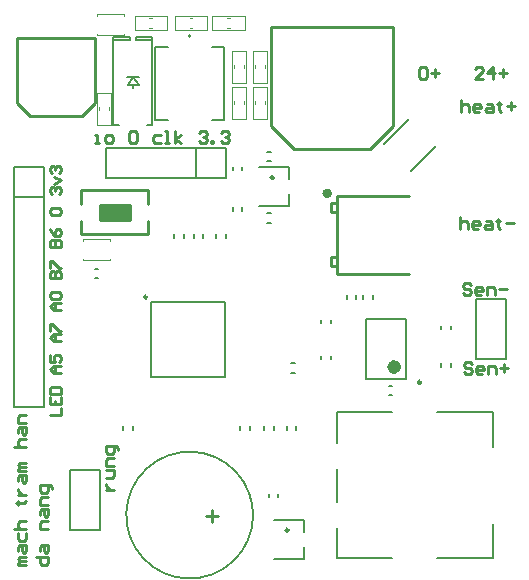
<source format=gto>
G04*
G04 #@! TF.GenerationSoftware,Altium Limited,Altium Designer,21.3.2 (30)*
G04*
G04 Layer_Color=65535*
%FSTAX24Y24*%
%MOIN*%
G70*
G04*
G04 #@! TF.SameCoordinates,587B8423-3D13-4A71-8966-67BAEF8921A1*
G04*
G04*
G04 #@! TF.FilePolarity,Positive*
G04*
G01*
G75*
%ADD10C,0.0098*%
%ADD11C,0.0039*%
%ADD12C,0.0157*%
%ADD13C,0.0236*%
%ADD14C,0.0080*%
%ADD15C,0.0079*%
%ADD16C,0.0100*%
%ADD17C,0.0050*%
%ADD18C,0.0040*%
%ADD19R,0.1000X0.0500*%
D10*
X033232Y029717D02*
G03*
X033232Y029717I-000049J0D01*
G01*
X037449Y033699D02*
G03*
X037449Y033699I-000049J0D01*
G01*
X042361Y026876D02*
G03*
X042361Y026876I-000049J0D01*
G01*
X037949Y021949D02*
G03*
X037949Y021949I-000049J0D01*
G01*
D11*
X03092Y029661D02*
G03*
X03092Y029661I-00002J0D01*
G01*
D12*
X03931Y033174D02*
G03*
X03931Y033174I-000079J0D01*
G01*
D13*
X041584Y02739D02*
G03*
X041584Y02739I-000118J0D01*
G01*
D14*
X033109Y021005D02*
G03*
X033095Y02102I001539J001448D01*
G01*
X03795Y03365D02*
Y03405D01*
X03695D02*
X03795D01*
Y03275D02*
Y03315D01*
X03695Y03275D02*
X03795D01*
X03745Y021D02*
X03845D01*
Y0214D01*
X03745Y0223D02*
X03845D01*
Y0219D02*
Y0223D01*
D15*
X034689Y038425D02*
G03*
X034689Y038425I-000039J0D01*
G01*
X03336Y02706D02*
Y02954D01*
Y02706D02*
X03584D01*
Y02954D01*
X03336D02*
X03584D01*
X0442Y02765D02*
Y02965D01*
Y02765D02*
X0452D01*
Y02965D01*
X0442D02*
X0452D01*
X042035Y03393D02*
X04287Y034765D01*
X04113Y034835D02*
X041965Y03567D01*
X03485Y0337D02*
Y0347D01*
X03585Y0337D02*
Y0347D01*
X03185Y0337D02*
X03585D01*
X03185Y0347D02*
X03585D01*
X03185Y0337D02*
Y0347D01*
X03275Y036703D02*
Y036782D01*
Y037057D02*
Y037097D01*
X032593Y036782D02*
X032947D01*
X03275Y037057D02*
X032947Y036782D01*
X032593D02*
X03275Y037057D01*
X032553D02*
X032947D01*
X03285Y038376D02*
X0334D01*
Y03545D02*
Y038376D01*
X03285Y0383D02*
Y038376D01*
Y0383D02*
X0334D01*
X0321D02*
X03265D01*
Y038376D01*
X033213Y03545D02*
X0334D01*
X0321Y038376D02*
X03265D01*
X0321Y03545D02*
X032287D01*
X0321D02*
Y038376D01*
X0298Y02605D02*
Y03405D01*
X0288D02*
X0298D01*
X0288Y02605D02*
Y03405D01*
Y02605D02*
X0298D01*
X0288Y03305D02*
X0298D01*
X03065Y02195D02*
Y02395D01*
Y02195D02*
X03165D01*
Y02395D01*
X03065D02*
X03165D01*
X044748Y021009D02*
Y02217D01*
Y02473D02*
Y025891D01*
X042898Y021009D02*
X044748D01*
X039552D02*
X041402D01*
X039552D02*
Y022033D01*
Y022899D02*
Y024001D01*
Y024867D02*
Y025891D01*
X041402D01*
X042898D02*
X044748D01*
X041859Y026996D02*
Y029004D01*
X040541Y026996D02*
Y029004D01*
Y026996D02*
X041859D01*
X040541Y029004D02*
X041859D01*
D16*
X037372Y038728D02*
X041428D01*
X037372Y035428D02*
X038128Y034672D01*
X037372Y035428D02*
Y038728D01*
X038128Y034672D02*
X040672D01*
X041428Y035428D01*
Y038728D01*
X03104Y03283D02*
Y03328D01*
Y03182D02*
Y03227D01*
X03265Y0323D02*
Y0328D01*
X03165D02*
X03265D01*
X03165Y0323D02*
Y0328D01*
Y0323D02*
X03265D01*
X03104Y03182D02*
X03326D01*
X03104Y03328D02*
X03326D01*
Y03283D02*
Y03328D01*
Y03182D02*
Y03227D01*
X028901Y038341D02*
X031499D01*
X028901Y036176D02*
X029334Y035743D01*
X028901Y036176D02*
Y038341D01*
X029334Y035743D02*
X031066D01*
X031499Y036176D01*
Y038341D01*
X039556Y033095D02*
X040213D01*
X039556Y030497D02*
Y033095D01*
Y030497D02*
X040213D01*
X039371Y032544D02*
X039556D01*
X039371Y03284D02*
X039556D01*
X039371Y032544D02*
Y03284D01*
X039371Y03104D02*
X039556D01*
X039371Y030744D02*
Y03104D01*
Y030744D02*
X039556D01*
X040213Y030497D02*
X041957D01*
X040213Y033095D02*
X041957D01*
X029197Y0208D02*
X02893D01*
Y020867D01*
X028997Y020933D01*
X029197D01*
X028997D01*
X02893Y021D01*
X028997Y021067D01*
X029197D01*
X02893Y021267D02*
Y0214D01*
X028997Y021466D01*
X029197D01*
Y021267D01*
X02913Y0212D01*
X029064Y021267D01*
Y021466D01*
X02893Y021866D02*
Y021666D01*
X028997Y0216D01*
X02913D01*
X029197Y021666D01*
Y021866D01*
X028797Y022D02*
X029197D01*
X028997D01*
X02893Y022066D01*
Y0222D01*
X028997Y022266D01*
X029197D01*
X028864Y022866D02*
X02893D01*
Y022799D01*
Y022933D01*
Y022866D01*
X02913D01*
X029197Y022933D01*
X02893Y023133D02*
X029197D01*
X029064D01*
X028997Y023199D01*
X02893Y023266D01*
Y023333D01*
Y023599D02*
Y023732D01*
X028997Y023799D01*
X029197D01*
Y023599D01*
X02913Y023532D01*
X029064Y023599D01*
Y023799D01*
X029197Y023932D02*
X02893D01*
Y023999D01*
X028997Y024066D01*
X029197D01*
X028997D01*
X02893Y024132D01*
X028997Y024199D01*
X029197D01*
X028797Y024732D02*
X029197D01*
X028997D01*
X02893Y024799D01*
Y024932D01*
X028997Y024999D01*
X029197D01*
X02893Y025199D02*
Y025332D01*
X028997Y025399D01*
X029197D01*
Y025199D01*
X02913Y025132D01*
X029064Y025199D01*
Y025399D01*
X029197Y025532D02*
X02893D01*
Y025732D01*
X028997Y025798D01*
X029197D01*
X029517Y021067D02*
X029917D01*
Y020867D01*
X02985Y0208D01*
X029717D01*
X02965Y020867D01*
Y021067D01*
Y021267D02*
Y0214D01*
X029717Y021466D01*
X029917D01*
Y021267D01*
X02985Y0212D01*
X029783Y021267D01*
Y021466D01*
X029917Y022D02*
X02965D01*
Y0222D01*
X029717Y022266D01*
X029917D01*
X02965Y022466D02*
Y022599D01*
X029717Y022666D01*
X029917D01*
Y022466D01*
X02985Y022399D01*
X029783Y022466D01*
Y022666D01*
X029917Y022799D02*
X02965D01*
Y022999D01*
X029717Y023066D01*
X029917D01*
X03005Y023333D02*
Y023399D01*
X029983Y023466D01*
X02965D01*
Y023266D01*
X029717Y023199D01*
X02985D01*
X029917Y023266D01*
Y023466D01*
X03185Y0233D02*
X032117D01*
X031983D01*
X031917Y023367D01*
X03185Y023433D01*
Y0235D01*
Y0237D02*
X03205D01*
X032117Y023767D01*
Y023966D01*
X03185D01*
X032117Y0241D02*
X03185D01*
Y0243D01*
X031917Y024366D01*
X032117D01*
X03225Y024633D02*
Y0247D01*
X032183Y024766D01*
X03185D01*
Y024566D01*
X031917Y0245D01*
X03205D01*
X032117Y024566D01*
Y024766D01*
X044017Y030133D02*
X04395Y0302D01*
X043817D01*
X04375Y030133D01*
Y030067D01*
X043817Y03D01*
X04395D01*
X044017Y029933D01*
Y029867D01*
X04395Y0298D01*
X043817D01*
X04375Y029867D01*
X04435Y0298D02*
X044217D01*
X04415Y029867D01*
Y03D01*
X044217Y030067D01*
X04435D01*
X044416Y03D01*
Y029933D01*
X04415D01*
X04455Y0298D02*
Y030067D01*
X04475D01*
X044816Y03D01*
Y0298D01*
X04495Y03D02*
X045216D01*
X044067Y027483D02*
X044Y02755D01*
X043867D01*
X0438Y027483D01*
Y027417D01*
X043867Y02735D01*
X044D01*
X044067Y027283D01*
Y027217D01*
X044Y02715D01*
X043867D01*
X0438Y027217D01*
X0444Y02715D02*
X044267D01*
X0442Y027217D01*
Y02735D01*
X044267Y027417D01*
X0444D01*
X044466Y02735D01*
Y027283D01*
X0442D01*
X0446Y02715D02*
Y027417D01*
X0448D01*
X044866Y02735D01*
Y02715D01*
X045Y02735D02*
X045266D01*
X045133Y027483D02*
Y027217D01*
X04365Y0324D02*
Y032D01*
Y0322D01*
X043717Y032267D01*
X04385D01*
X043917Y0322D01*
Y032D01*
X04425D02*
X044117D01*
X04405Y032067D01*
Y0322D01*
X044117Y032267D01*
X04425D01*
X044316Y0322D01*
Y032133D01*
X04405D01*
X044516Y032267D02*
X04465D01*
X044716Y0322D01*
Y032D01*
X044516D01*
X04445Y032067D01*
X044516Y032133D01*
X044716D01*
X044916Y032333D02*
Y032267D01*
X04485D01*
X044983D01*
X044916D01*
Y032067D01*
X044983Y032D01*
X045183Y0322D02*
X045449D01*
X0437Y0363D02*
Y0359D01*
Y0361D01*
X043767Y036167D01*
X0439D01*
X043967Y0361D01*
Y0359D01*
X0443D02*
X044167D01*
X0441Y035967D01*
Y0361D01*
X044167Y036167D01*
X0443D01*
X044366Y0361D01*
Y036033D01*
X0441D01*
X044566Y036167D02*
X0447D01*
X044766Y0361D01*
Y0359D01*
X044566D01*
X0445Y035967D01*
X044566Y036033D01*
X044766D01*
X044966Y036233D02*
Y036167D01*
X0449D01*
X045033D01*
X044966D01*
Y035967D01*
X045033Y0359D01*
X045233Y0361D02*
X045499D01*
X045366Y036233D02*
Y035967D01*
X0423Y037333D02*
X042367Y0374D01*
X0425D01*
X042567Y037333D01*
Y037067D01*
X0425Y037D01*
X042367D01*
X0423Y037067D01*
Y037333D01*
X0427Y0372D02*
X042966D01*
X042833Y037333D02*
Y037067D01*
X044417Y037D02*
X04415D01*
X044417Y037267D01*
Y037333D01*
X04435Y0374D01*
X044217D01*
X04415Y037333D01*
X04475Y037D02*
Y0374D01*
X04455Y0372D01*
X044816D01*
X04495D02*
X045216D01*
X045083Y037333D02*
Y037067D01*
X0315Y03485D02*
X031633D01*
X031567D01*
Y035117D01*
X0315D01*
X0319Y03485D02*
X032033D01*
X0321Y034917D01*
Y03505D01*
X032033Y035117D01*
X0319D01*
X031833Y03505D01*
Y034917D01*
X0319Y03485D01*
X032633Y035183D02*
X0327Y03525D01*
X032833D01*
X0329Y035183D01*
Y034917D01*
X032833Y03485D01*
X0327D01*
X032633Y034917D01*
Y035183D01*
X033699Y035117D02*
X033499D01*
X033433Y03505D01*
Y034917D01*
X033499Y03485D01*
X033699D01*
X033833D02*
X033966D01*
X033899D01*
Y03525D01*
X033833D01*
X034166Y03485D02*
Y03525D01*
Y034983D02*
X034366Y035117D01*
X034166Y034983D02*
X034366Y03485D01*
X034966Y035183D02*
X035032Y03525D01*
X035165D01*
X035232Y035183D01*
Y035117D01*
X035165Y03505D01*
X035099D01*
X035165D01*
X035232Y034983D01*
Y034917D01*
X035165Y03485D01*
X035032D01*
X034966Y034917D01*
X035365Y03485D02*
Y034917D01*
X035432D01*
Y03485D01*
X035365D01*
X035699Y035183D02*
X035765Y03525D01*
X035899D01*
X035965Y035183D01*
Y035117D01*
X035899Y03505D01*
X035832D01*
X035899D01*
X035965Y034983D01*
Y034917D01*
X035899Y03485D01*
X035765D01*
X035699Y034917D01*
X03Y0258D02*
X03035D01*
Y026033D01*
X03Y026383D02*
Y02615D01*
X03035D01*
Y026383D01*
X030175Y02615D02*
Y026267D01*
X03Y0265D02*
X03035D01*
Y026675D01*
X030292Y026733D01*
X030058D01*
X03Y026675D01*
Y0265D01*
X03035Y0272D02*
X030117D01*
X03Y027316D01*
X030117Y027433D01*
X03035D01*
X030175D01*
Y0272D01*
X03Y027783D02*
Y027549D01*
X030175D01*
X030117Y027666D01*
Y027724D01*
X030175Y027783D01*
X030292D01*
X03035Y027724D01*
Y027608D01*
X030292Y027549D01*
X03035Y028249D02*
X030117D01*
X03Y028366D01*
X030117Y028482D01*
X03035D01*
X030175D01*
Y028249D01*
X03Y028599D02*
Y028832D01*
X030058D01*
X030292Y028599D01*
X03035D01*
Y029299D02*
X030117D01*
X03Y029416D01*
X030117Y029532D01*
X03035D01*
X030175D01*
Y029299D01*
X030058Y029649D02*
X03Y029707D01*
Y029824D01*
X030058Y029882D01*
X030292D01*
X03035Y029824D01*
Y029707D01*
X030292Y029649D01*
X030058D01*
X03Y030349D02*
X03035D01*
Y030523D01*
X030292Y030582D01*
X030233D01*
X030175Y030523D01*
Y030349D01*
Y030523D01*
X030117Y030582D01*
X030058D01*
X03Y030523D01*
Y030349D01*
Y030698D02*
Y030932D01*
X030058D01*
X030292Y030698D01*
X03035D01*
X03Y031398D02*
X03035D01*
Y031573D01*
X030292Y031631D01*
X030233D01*
X030175Y031573D01*
Y031398D01*
Y031573D01*
X030117Y031631D01*
X030058D01*
X03Y031573D01*
Y031398D01*
Y031981D02*
X030058Y031865D01*
X030175Y031748D01*
X030292D01*
X03035Y031806D01*
Y031923D01*
X030292Y031981D01*
X030233D01*
X030175Y031923D01*
Y031748D01*
X030058Y032448D02*
X03Y032506D01*
Y032623D01*
X030058Y032681D01*
X030292D01*
X03035Y032623D01*
Y032506D01*
X030292Y032448D01*
X030058D01*
Y033148D02*
X03Y033206D01*
Y033323D01*
X030058Y033381D01*
X030117D01*
X030175Y033323D01*
Y033264D01*
Y033323D01*
X030233Y033381D01*
X030292D01*
X03035Y033323D01*
Y033206D01*
X030292Y033148D01*
X030117Y033498D02*
X03035Y033614D01*
X030117Y033731D01*
X030058Y033847D02*
X03Y033906D01*
Y034022D01*
X030058Y034081D01*
X030117D01*
X030175Y034022D01*
Y033964D01*
Y034022D01*
X030233Y034081D01*
X030292D01*
X03035Y034022D01*
Y033906D01*
X030292Y033847D01*
X035595Y02243D02*
X035195D01*
X035395Y02223D02*
Y02263D01*
D17*
X03724Y03424D02*
X03736D01*
X03724Y03456D02*
X03736D01*
X03609Y03394D02*
Y03406D01*
X03641Y03394D02*
Y03406D01*
X03446Y03169D02*
Y03181D01*
X03414Y03169D02*
Y03181D01*
X03511Y03169D02*
Y03181D01*
X03479Y03169D02*
Y03181D01*
X03586Y03169D02*
Y03181D01*
X03554Y03169D02*
Y03181D01*
X03634Y02529D02*
Y02541D01*
X03666Y02529D02*
Y02541D01*
X03149Y03066D02*
X03161D01*
X03149Y03034D02*
X03161D01*
X03821Y02529D02*
Y02541D01*
X03789Y02529D02*
Y02541D01*
X03746Y02529D02*
Y02541D01*
X03714Y02529D02*
Y02541D01*
X03804Y02719D02*
X03816D01*
X03804Y02751D02*
X03816D01*
X03904Y02884D02*
Y02896D01*
X03936Y02884D02*
Y02896D01*
X03989Y029655D02*
Y029775D01*
X04021Y029655D02*
Y029775D01*
X03276Y02529D02*
Y02541D01*
X03244Y02529D02*
Y02541D01*
X03641Y03259D02*
Y03271D01*
X03609Y03259D02*
Y03271D01*
X04044Y029655D02*
Y029775D01*
X04076Y029655D02*
Y029775D01*
X03904Y02764D02*
Y02776D01*
X03936Y02764D02*
Y02776D01*
X04129Y02644D02*
X04141D01*
X04129Y02676D02*
X04141D01*
X04336Y02739D02*
Y02751D01*
X04304Y02739D02*
Y02751D01*
X04336Y02864D02*
Y02876D01*
X04304Y02864D02*
Y02876D01*
X03724Y03219D02*
X03736D01*
X03724Y03251D02*
X03736D01*
X03729Y02304D02*
Y02316D01*
X03761Y02304D02*
Y02316D01*
X033508Y03563D02*
X033916D01*
X033508D02*
Y03807D01*
X033916D01*
X035384Y03563D02*
X035792D01*
Y03807D01*
X035384D02*
X035792D01*
D18*
X0311Y03095D02*
Y031D01*
Y03095D02*
X032D01*
Y031D01*
X0311Y0316D02*
Y03165D01*
X032D01*
Y0316D02*
Y03165D01*
X03677Y03673D02*
X03723D01*
X03677Y03566D02*
Y03673D01*
Y03566D02*
X03723D01*
Y03673D01*
X03716Y03616D02*
Y03624D01*
X03684Y03616D02*
Y03624D01*
X03282Y03862D02*
Y03908D01*
Y03862D02*
X03389D01*
Y03908D01*
X03282D02*
X03389D01*
X03331Y03901D02*
X03339D01*
X03331Y03869D02*
X03339D01*
X03614Y03616D02*
Y03624D01*
X03646Y03616D02*
Y03624D01*
X03653Y03566D02*
Y03673D01*
X03607Y03566D02*
X03653D01*
X03607D02*
Y03673D01*
X03653D01*
X03164Y03596D02*
Y03604D01*
X03196Y03596D02*
Y03604D01*
X03203Y03546D02*
Y03653D01*
X03157Y03546D02*
X03203D01*
X03157D02*
Y03653D01*
X03203D01*
X03417Y03862D02*
Y03908D01*
Y03862D02*
X03524D01*
Y03908D01*
X03417D02*
X03524D01*
X03466Y03901D02*
X03474D01*
X03466Y03869D02*
X03474D01*
X03155Y03845D02*
Y0385D01*
Y03845D02*
X03245D01*
Y0385D01*
X03155Y0391D02*
Y03915D01*
X03245D01*
Y0391D02*
Y03915D01*
X03614Y03736D02*
Y03744D01*
X03646Y03736D02*
Y03744D01*
X03653Y03686D02*
Y03793D01*
X03607Y03686D02*
X03653D01*
X03607D02*
Y03793D01*
X03653D01*
X03591Y03901D02*
X03599D01*
X03591Y03869D02*
X03599D01*
X03541Y03862D02*
X03648D01*
X03541D02*
Y03908D01*
X03648D01*
Y03862D02*
Y03908D01*
X03684Y03736D02*
Y03744D01*
X03716Y03736D02*
Y03744D01*
X03723Y03686D02*
Y03793D01*
X03677Y03686D02*
X03723D01*
X03677D02*
Y03793D01*
X03723D01*
D19*
X03215Y03255D02*
D03*
M02*

</source>
